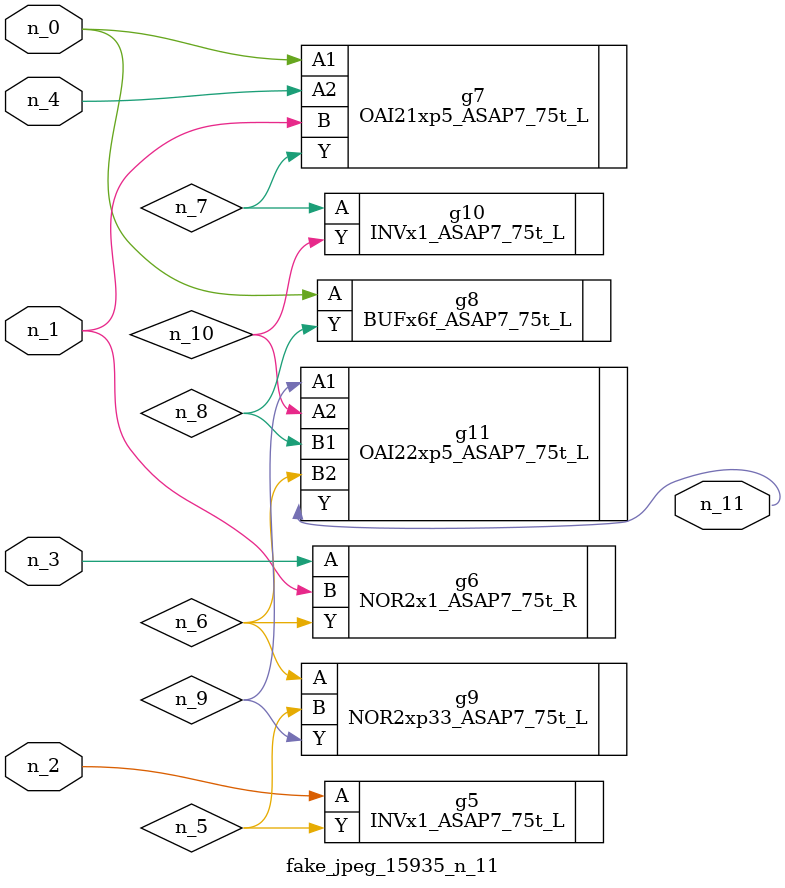
<source format=v>
module fake_jpeg_15935_n_11 (n_3, n_2, n_1, n_0, n_4, n_11);

input n_3;
input n_2;
input n_1;
input n_0;
input n_4;

output n_11;

wire n_10;
wire n_8;
wire n_9;
wire n_6;
wire n_5;
wire n_7;

INVx1_ASAP7_75t_L g5 ( 
.A(n_2),
.Y(n_5)
);

NOR2x1_ASAP7_75t_R g6 ( 
.A(n_3),
.B(n_1),
.Y(n_6)
);

OAI21xp5_ASAP7_75t_L g7 ( 
.A1(n_0),
.A2(n_4),
.B(n_1),
.Y(n_7)
);

BUFx6f_ASAP7_75t_L g8 ( 
.A(n_0),
.Y(n_8)
);

NOR2xp33_ASAP7_75t_L g9 ( 
.A(n_6),
.B(n_5),
.Y(n_9)
);

OAI22xp5_ASAP7_75t_L g11 ( 
.A1(n_9),
.A2(n_10),
.B1(n_8),
.B2(n_6),
.Y(n_11)
);

INVx1_ASAP7_75t_L g10 ( 
.A(n_7),
.Y(n_10)
);


endmodule
</source>
